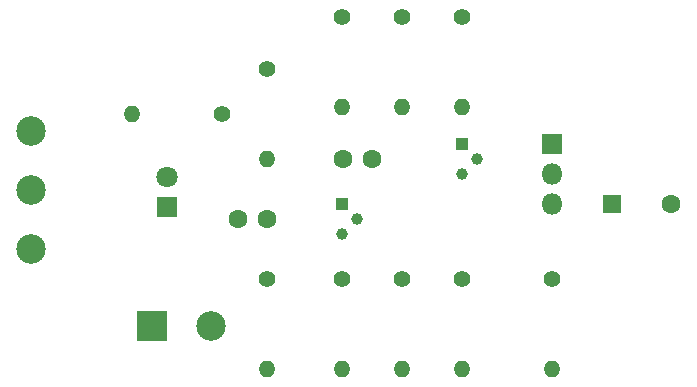
<source format=gbr>
G04 #@! TF.FileFunction,Copper,L2,Bot,Signal*
%FSLAX46Y46*%
G04 Gerber Fmt 4.6, Leading zero omitted, Abs format (unit mm)*
G04 Created by KiCad (PCBNEW 4.0.6) date 06/16/17 19:06:26*
%MOMM*%
%LPD*%
G01*
G04 APERTURE LIST*
%ADD10C,0.100000*%
%ADD11C,2.500000*%
%ADD12R,2.500000X2.500000*%
%ADD13C,1.600000*%
%ADD14R,1.600000X1.600000*%
%ADD15R,1.800000X1.800000*%
%ADD16C,1.800000*%
%ADD17C,1.000000*%
%ADD18R,1.000000X1.000000*%
%ADD19O,1.800000X1.800000*%
%ADD20C,1.400000*%
%ADD21O,1.400000X1.400000*%
G04 APERTURE END LIST*
D10*
D11*
X117200000Y-104200000D03*
X117200000Y-109200000D03*
X117200000Y-99200000D03*
D12*
X127400000Y-115700000D03*
D11*
X132400000Y-115700000D03*
D13*
X134660000Y-106680000D03*
X137160000Y-106680000D03*
X143550000Y-101600000D03*
X146050000Y-101600000D03*
D14*
X166370000Y-105410000D03*
D13*
X171370000Y-105410000D03*
D15*
X128700000Y-105600000D03*
D16*
X128700000Y-103060000D03*
D17*
X144780000Y-106680000D03*
X143510000Y-107950000D03*
D18*
X143510000Y-105410000D03*
D17*
X154940000Y-101600000D03*
X153670000Y-102870000D03*
D18*
X153670000Y-100330000D03*
D15*
X161290000Y-100330000D03*
D19*
X161290000Y-102870000D03*
X161290000Y-105410000D03*
D20*
X133350000Y-97790000D03*
D21*
X125730000Y-97790000D03*
D20*
X137160000Y-93980000D03*
D21*
X137160000Y-101600000D03*
D20*
X137160000Y-111760000D03*
D21*
X137160000Y-119380000D03*
D20*
X143510000Y-89535000D03*
D21*
X143510000Y-97155000D03*
D20*
X143510000Y-111760000D03*
D21*
X143510000Y-119380000D03*
D20*
X148590000Y-89535000D03*
D21*
X148590000Y-97155000D03*
D20*
X148590000Y-111760000D03*
D21*
X148590000Y-119380000D03*
D20*
X153670000Y-89535000D03*
D21*
X153670000Y-97155000D03*
D20*
X153670000Y-111760000D03*
D21*
X153670000Y-119380000D03*
D20*
X161290000Y-111760000D03*
D21*
X161290000Y-119380000D03*
M02*

</source>
